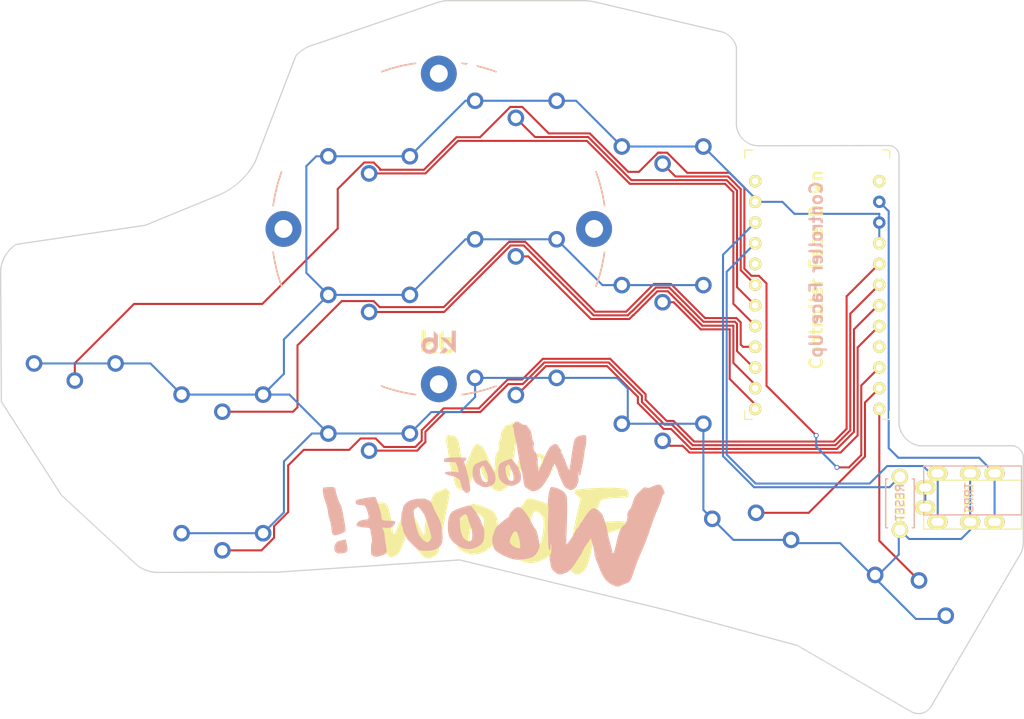
<source format=kicad_pcb>
(kicad_pcb (version 20211014) (generator pcbnew)
  (title_block (title "Ferris_Sweep_Compact") (date "2020-09-03") (rev "0.1") (company "BroomLabs"))
  (layers (0 "F.Cu" signal) (31 "B.Cu" signal) (34 "B.Paste" user) (35 "F.Paste" user) (36 "B.SilkS" user "B.Silkscreen") (37 "F.SilkS" user "F.Silkscreen") (38 "B.Mask" user) (39 "F.Mask" user) (44 "Edge.Cuts" user))
  (net 0 "")
  (net 1 "row0")
  (net 2 "row1")
  (net 3 "row2")
  (net 4 "row3")
  (net 5 "GND")
  (net 6 "VCC")
  (net 7 "col0")
  (net 8 "col1")
  (net 9 "col2")
  (net 10 "col3")
  (net 11 "col4")
  (net 12 "col5")
  (net 13 "LED")
  (net 14 "data")
  (net 15 "reset")
  (net 16 "SCL")
  (net 17 "SDA")
  (net 18 "Net-(U1-Pad24)")
  (net 19 "Net-(J1-PadA)")
  (net 20 "Net-(U1-Pad14)")
  (net 21 "Net-(U1-Pad13)")
  (net 22 "Net-(U1-Pad12)")
  (net 23 "Net-(U1-Pad11)")
  (footprint "Kailh:SW_PG1350_reversible_b2" (layer "F.Cu") (at 25.9 55.95)
    (fp_text reference "SW2" hide)
    (fp_text value "SW_PUSH" hide)
    (pad "" np_thru_hole circle locked (at -5.5 0) (size 1.7018 1.7018) (drill 1.7018) (layers *.Cu *.Mask))
    (pad "" np_thru_hole circle locked (at 5.22 -4.2) (size 0.9906 0.9906) (drill 0.9906) (layers *.Cu *.Mask))
    (pad "" np_thru_hole circle locked (at -5.22 -4.2) (size 0.9906 0.9906) (drill 0.9906) (layers *.Cu *.Mask))
    (pad "" np_thru_hole circle locked (at 5.5 0) (size 1.7018 1.7018) (drill 1.7018) (layers *.Cu *.Mask))
    (pad "" np_thru_hole circle locked (at 0 0) (size 3.429 3.429) (drill 3.429) (layers *.Cu *.Mask))
    (pad "1" thru_hole circle locked (at 0 5.9) (size 2.032 2.032) (drill 1.27) (layers *.Cu *.Mask) (net 4 "row3"))
    (pad "2" thru_hole circle locked (at 5 3.8) (size 2.032 2.032) (drill 1.27) (layers *.Cu *.Mask) (net 5 "GND"))
    (pad "2" thru_hole circle locked (at -5 3.8) (size 2.032 2.032) (drill 1.27) (layers *.Cu *.Mask) (net 5 "GND"))
  )
  (footprint "Kailh:SW_PG1350_reversible_b2" (layer "F.Cu") (at 62 30.54)
    (fp_text reference "SW3" hide)
    (fp_text value "SW_PUSH" hide)
    (pad "" np_thru_hole circle locked (at 5.5 0) (size 1.7018 1.7018) (drill 1.7018) (layers *.Cu *.Mask))
    (pad "" np_thru_hole circle locked (at 0 0) (size 3.429 3.429) (drill 3.429) (layers *.Cu *.Mask))
    (pad "" np_thru_hole circle locked (at 5.22 -4.2) (size 0.9906 0.9906) (drill 0.9906) (layers *.Cu *.Mask))
    (pad "" np_thru_hole circle locked (at -5.5 0) (size 1.7018 1.7018) (drill 1.7018) (layers *.Cu *.Mask))
    (pad "" np_thru_hole circle locked (at -5.22 -4.2) (size 0.9906 0.9906) (drill 0.9906) (layers *.Cu *.Mask))
    (pad "1" thru_hole circle locked (at 0 5.9) (size 2.032 2.032) (drill 1.27) (layers *.Cu *.Mask) (net 10 "col3"))
    (pad "2" thru_hole circle locked (at -5 3.8) (size 2.032 2.032) (drill 1.27) (layers *.Cu *.Mask) (net 5 "GND"))
    (pad "2" thru_hole circle locked (at 5 3.8) (size 2.032 2.032) (drill 1.27) (layers *.Cu *.Mask) (net 5 "GND"))
  )
  (footprint "Kailh:SW_PG1350_reversible_b2" (layer "F.Cu") (at 80 23.73)
    (fp_text reference "SW4" hide)
    (fp_text value "SW_PUSH" hide)
    (pad "" np_thru_hole circle locked (at 5.22 -4.2) (size 0.9906 0.9906) (drill 0.9906) (layers *.Cu *.Mask))
    (pad "" np_thru_hole circle locked (at -5.5 0) (size 1.7018 1.7018) (drill 1.7018) (layers *.Cu *.Mask))
    (pad "" np_thru_hole circle locked (at 0 0) (size 3.429 3.429) (drill 3.429) (layers *.Cu *.Mask))
    (pad "" np_thru_hole circle locked (at 5.5 0) (size 1.7018 1.7018) (drill 1.7018) (layers *.Cu *.Mask))
    (pad "" np_thru_hole circle locked (at -5.22 -4.2) (size 0.9906 0.9906) (drill 0.9906) (layers *.Cu *.Mask))
    (pad "1" thru_hole circle locked (at 0 5.9) (size 2.032 2.032) (drill 1.27) (layers *.Cu *.Mask) (net 9 "col2"))
    (pad "2" thru_hole circle locked (at -5 3.8) (size 2.032 2.032) (drill 1.27) (layers *.Cu *.Mask) (net 5 "GND"))
    (pad "2" thru_hole circle locked (at 5 3.8) (size 2.032 2.032) (drill 1.27) (layers *.Cu *.Mask) (net 5 "GND"))
  )
  (footprint "Kailh:SW_PG1350_reversible_b2" (layer "F.Cu") (at 98 29.34)
    (fp_text reference "SW5" hide)
    (fp_text value "SW_PUSH" hide)
    (pad "" np_thru_hole circle locked (at -5.22 -4.2) (size 0.9906 0.9906) (drill 0.9906) (layers *.Cu *.Mask))
    (pad "" np_thru_hole circle locked (at 5.22 -4.2) (size 0.9906 0.9906) (drill 0.9906) (layers *.Cu *.Mask))
    (pad "" np_thru_hole circle locked (at 5.5 0) (size 1.7018 1.7018) (drill 1.7018) (layers *.Cu *.Mask))
    (pad "" np_thru_hole circle locked (at -5.5 0) (size 1.7018 1.7018) (drill 1.7018) (layers *.Cu *.Mask))
    (pad "" np_thru_hole circle locked (at 0 0) (size 3.429 3.429) (drill 3.429) (layers *.Cu *.Mask))
    (pad "1" thru_hole circle locked (at 0 5.9) (size 2.032 2.032) (drill 1.27) (layers *.Cu *.Mask) (net 8 "col1"))
    (pad "2" thru_hole circle locked (at -5 3.8) (size 2.032 2.032) (drill 1.27) (layers *.Cu *.Mask) (net 5 "GND"))
    (pad "2" thru_hole circle locked (at 5 3.8) (size 2.032 2.032) (drill 1.27) (layers *.Cu *.Mask) (net 5 "GND"))
  )
  (footprint "Kailh:SW_PG1350_reversible_b2" (layer "F.Cu") (at 44 59.77)
    (fp_text reference "SW8" hide)
    (fp_text value "SW_PUSH" hide)
    (pad "" np_thru_hole circle locked (at -5.22 -4.2) (size 0.9906 0.9906) (drill 0.9906) (layers *.Cu *.Mask))
    (pad "" np_thru_hole circle locked (at 0 0) (size 3.429 3.429) (drill 3.429) (layers *.Cu *.Mask))
    (pad "" np_thru_hole circle locked (at -5.5 0) (size 1.7018 1.7018) (drill 1.7018) (layers *.Cu *.Mask))
    (pad "" np_thru_hole circle locked (at 5.22 -4.2) (size 0.9906 0.9906) (drill 0.9906) (layers *.Cu *.Mask))
    (pad "" np_thru_hole circle locked (at 5.5 0) (size 1.7018 1.7018) (drill 1.7018) (layers *.Cu *.Mask))
    (pad "1" thru_hole circle locked (at 0 5.9) (size 2.032 2.032) (drill 1.27) (layers *.Cu *.Mask) (net 11 "col4"))
    (pad "2" thru_hole circle locked (at 5 3.8) (size 2.032 2.032) (drill 1.27) (layers *.Cu *.Mask) (net 5 "GND"))
    (pad "2" thru_hole circle locked (at -5 3.8) (size 2.032 2.032) (drill 1.27) (layers *.Cu *.Mask) (net 5 "GND"))
  )
  (footprint "Kailh:SW_PG1350_reversible_b2" (layer "F.Cu") (at 62 47.54)
    (fp_text reference "SW9" hide)
    (fp_text value "SW_PUSH" hide)
    (pad "" np_thru_hole circle locked (at 5.22 -4.2) (size 0.9906 0.9906) (drill 0.9906) (layers *.Cu *.Mask))
    (pad "" np_thru_hole circle locked (at 0 0) (size 3.429 3.429) (drill 3.429) (layers *.Cu *.Mask))
    (pad "" np_thru_hole circle locked (at -5.5 0) (size 1.7018 1.7018) (drill 1.7018) (layers *.Cu *.Mask))
    (pad "" np_thru_hole circle locked (at -5.22 -4.2) (size 0.9906 0.9906) (drill 0.9906) (layers *.Cu *.Mask))
    (pad "" np_thru_hole circle locked (at 5.5 0) (size 1.7018 1.7018) (drill 1.7018) (layers *.Cu *.Mask))
    (pad "1" thru_hole circle locked (at 0 5.9) (size 2.032 2.032) (drill 1.27) (layers *.Cu *.Mask) (net 12 "col5"))
    (pad "2" thru_hole circle locked (at 5 3.8) (size 2.032 2.032) (drill 1.27) (layers *.Cu *.Mask) (net 5 "GND"))
    (pad "2" thru_hole circle locked (at -5 3.8) (size 2.032 2.032) (drill 1.27) (layers *.Cu *.Mask) (net 5 "GND"))
  )
  (footprint "Kailh:SW_PG1350_reversible_b2" (layer "F.Cu") (at 80 40.72)
    (fp_text reference "SW10" hide)
    (fp_text value "SW_PUSH" hide)
    (pad "" np_thru_hole circle locked (at 5.5 0) (size 1.7018 1.7018) (drill 1.7018) (layers *.Cu *.Mask))
    (pad "" np_thru_hole circle locked (at -5.22 -4.2) (size 0.9906 0.9906) (drill 0.9906) (layers *.Cu *.Mask))
    (pad "" np_thru_hole circle locked (at 5.22 -4.2) (size 0.9906 0.9906) (drill 0.9906) (layers *.Cu *.Mask))
    (pad "" np_thru_hole circle locked (at 0 0) (size 3.429 3.429) (drill 3.429) (layers *.Cu *.Mask))
    (pad "" np_thru_hole circle locked (at -5.5 0) (size 1.7018 1.7018) (drill 1.7018) (layers *.Cu *.Mask))
    (pad "1" thru_hole circle locked (at 0 5.9) (size 2.032 2.032) (drill 1.27) (layers *.Cu *.Mask) (net 20 "Net-(U1-Pad14)"))
    (pad "2" thru_hole circle locked (at -5 3.8) (size 2.032 2.032) (drill 1.27) (layers *.Cu *.Mask) (net 5 "GND"))
    (pad "2" thru_hole circle locked (at 5 3.8) (size 2.032 2.032) (drill 1.27) (layers *.Cu *.Mask) (net 5 "GND"))
  )
  (footprint "Kailh:SW_PG1350_reversible_b2" (layer "F.Cu") (at 98 46.34)
    (fp_text reference "SW11" hide)
    (fp_text value "SW_PUSH" hide)
    (pad "" np_thru_hole circle locked (at -5.5 0) (size 1.7018 1.7018) (drill 1.7018) (layers *.Cu *.Mask))
    (pad "" np_thru_hole circle locked (at 0 0) (size 3.429 3.429) (drill 3.429) (layers *.Cu *.Mask))
    (pad "" np_thru_hole circle locked (at 5.22 -4.2) (size 0.9906 0.9906) (drill 0.9906) (layers *.Cu *.Mask))
    (pad "" np_thru_hole circle locked (at -5.22 -4.2) (size 0.9906 0.9906) (drill 0.9906) (layers *.Cu *.Mask))
    (pad "" np_thru_hole circle locked (at 5.5 0) (size 1.7018 1.7018) (drill 1.7018) (layers *.Cu *.Mask))
    (pad "1" thru_hole circle locked (at 0 5.9) (size 2.032 2.032) (drill 1.27) (layers *.Cu *.Mask) (net 21 "Net-(U1-Pad13)"))
    (pad "2" thru_hole circle locked (at 5 3.8) (size 2.032 2.032) (drill 1.27) (layers *.Cu *.Mask) (net 5 "GND"))
    (pad "2" thru_hole circle locked (at -5 3.8) (size 2.032 2.032) (drill 1.27) (layers *.Cu *.Mask) (net 5 "GND"))
  )
  (footprint "Kailh:SW_PG1350_reversible_b2" (layer "F.Cu") (at 44 76.775)
    (fp_text reference "SW14" hide)
    (fp_text value "SW_PUSH" hide)
    (pad "" np_thru_hole circle locked (at 5.22 -4.2) (size 0.9906 0.9906) (drill 0.9906) (layers *.Cu *.Mask))
    (pad "" np_thru_hole circle locked (at -5.5 0) (size 1.7018 1.7018) (drill 1.7018) (layers *.Cu *.Mask))
    (pad "" np_thru_hole circle locked (at 5.5 0) (size 1.7018 1.7018) (drill 1.7018) (layers *.Cu *.Mask))
    (pad "" np_thru_hole circle locked (at 0 0) (size 3.429 3.429) (drill 3.429) (layers *.Cu *.Mask))
    (pad "" np_thru_hole circle locked (at -5.22 -4.2) (size 0.9906 0.9906) (drill 0.9906) (layers *.Cu *.Mask))
    (pad "1" thru_hole circle locked (at 0 5.9) (size 2.032 2.032) (drill 1.27) (layers *.Cu *.Mask) (net 17 "SDA"))
    (pad "2" thru_hole circle locked (at 5 3.8) (size 2.032 2.032) (drill 1.27) (layers *.Cu *.Mask) (net 5 "GND"))
    (pad "2" thru_hole circle locked (at -5 3.8) (size 2.032 2.032) (drill 1.27) (layers *.Cu *.Mask) (net 5 "GND"))
  )
  (footprint "Kailh:SW_PG1350_reversible_b2" (layer "F.Cu") (at 62 64.545)
    (fp_text reference "SW15" hide)
    (fp_text value "SW_PUSH" hide)
    (pad "" np_thru_hole circle locked (at -5.5 0) (size 1.7018 1.7018) (drill 1.7018) (layers *.Cu *.Mask))
    (pad "" np_thru_hole circle locked (at 5.22 -4.2) (size 0.9906 0.9906) (drill 0.9906) (layers *.Cu *.Mask))
    (pad "" np_thru_hole circle locked (at 5.5 0) (size 1.7018 1.7018) (drill 1.7018) (layers *.Cu *.Mask))
    (pad "" np_thru_hole circle locked (at 0 0) (size 3.429 3.429) (drill 3.429) (layers *.Cu *.Mask))
    (pad "" np_thru_hole circle locked (at -5.22 -4.2) (size 0.9906 0.9906) (drill 0.9906) (layers *.Cu *.Mask))
    (pad "1" thru_hole circle locked (at 0 5.9) (size 2.032 2.032) (drill 1.27) (layers *.Cu *.Mask) (net 16 "SCL"))
    (pad "2" thru_hole circle locked (at 5 3.8) (size 2.032 2.032) (drill 1.27) (layers *.Cu *.Mask) (net 5 "GND"))
    (pad "2" thru_hole circle locked (at -5 3.8) (size 2.032 2.032) (drill 1.27) (layers *.Cu *.Mask) (net 5 "GND"))
  )
  (footprint "Kailh:SW_PG1350_reversible_b2" (layer "F.Cu") (at 80 57.72)
    (fp_text reference "SW16" hide)
    (fp_text value "SW_PUSH" hide)
    (pad "" np_thru_hole circle locked (at -5.5 0) (size 1.7018 1.7018) (drill 1.7018) (layers *.Cu *.Mask))
    (pad "" np_thru_hole circle locked (at -5.22 -4.2) (size 0.9906 0.9906) (drill 0.9906) (layers *.Cu *.Mask))
    (pad "" np_thru_hole circle locked (at 5.22 -4.2) (size 0.9906 0.9906) (drill 0.9906) (layers *.Cu *.Mask))
    (pad "" np_thru_hole circle locked (at 5.5 0) (size 1.7018 1.7018) (drill 1.7018) (layers *.Cu *.Mask))
    (pad "" np_thru_hole circle locked (at 0 0) (size 3.429 3.429) (drill 3.429) (layers *.Cu *.Mask))
    (pad "1" thru_hole circle locked (at 0 5.9) (size 2.032 2.032) (drill 1.27) (layers *.Cu *.Mask) (net 1 "row0"))
    (pad "2" thru_hole circle locked (at 5 3.8) (size 2.032 2.032) (drill 1.27) (layers *.Cu *.Mask) (net 5 "GND"))
    (pad "2" thru_hole circle locked (at -5 3.8) (size 2.032 2.032) (drill 1.27) (layers *.Cu *.Mask) (net 5 "GND"))
  )
  (footprint "Kailh:SW_PG1350_reversible_b2" (layer "F.Cu") (at 98 63.345)
    (fp_text reference "SW17" hide)
    (fp_text value "SW_PUSH" hide)
    (pad "" np_thru_hole circle locked (at 5.22 -4.2) (size 0.9906 0.9906) (drill 0.9906) (layers *.Cu *.Mask))
    (pad "" np_thru_hole circle locked (at -5.5 0) (size 1.7018 1.7018) (drill 1.7018) (layers *.Cu *.Mask))
    (pad "" np_thru_hole circle locked (at 0 0) (size 3.429 3.429) (drill 3.429) (layers *.Cu *.Mask))
    (pad "" np_thru_hole circle locked (at 5.5 0) (size 1.7018 1.7018) (drill 1.7018) (layers *.Cu *.Mask))
    (pad "" np_thru_hole circle locked (at -5.22 -4.2) (size 0.9906 0.9906) (drill 0.9906) (layers *.Cu *.Mask))
    (pad "1" thru_hole circle locked (at 0 5.9) (size 2.032 2.032) (drill 1.27) (layers *.Cu *.Mask) (net 2 "row1"))
    (pad "2" thru_hole circle locked (at 5 3.8) (size 2.032 2.032) (drill 1.27) (layers *.Cu *.Mask) (net 5 "GND"))
    (pad "2" thru_hole circle locked (at -5 3.8) (size 2.032 2.032) (drill 1.27) (layers *.Cu *.Mask) (net 5 "GND"))
  )
  (footprint "kbd:ProMicro_v3" (layer "F.Cu") (at 116.967 51.866)
    (fp_text reference "U1" hide)
    (fp_text value "ProMicro" hide)
    (pad "1" thru_hole circle (at 7.6114 -14.478) (size 1.524 1.524) (drill 0.8128) (layers *.Cu *.Mask "F.SilkS") (net 13 "LED"))
    (pad "2" thru_hole circle (at 7.6114 -11.938) (size 1.524 1.524) (drill 0.8128) (layers *.Cu *.Mask) (net 14 "data"))
    (pad "3" thru_hole circle (at 7.6114 -9.398) (size 1.524 1.524) (drill 0.8128) (layers *.Cu *.Mask) (net 5 "GND"))
    (pad "4" thru_hole circle (at 7.6114 -6.858) (size 1.524 1.524) (drill 0.8128) (layers *.Cu *.Mask "F.SilkS") (net 5 "GND"))
    (pad "5" thru_hole circle (at 7.6114 -4.318) (size 1.524 1.524) (drill 0.8128) (layers *.Cu *.Mask "F.SilkS") (net 17 "SDA"))
    (pad "6" thru_hole circle (at 7.6114 -1.778) (size 1.524 1.524) (drill 0.8128) (layers *.Cu *.Mask "F.SilkS") (net 16 "SCL"))
    (pad "7" thru_hole circle (at 7.6114 0.762) (size 1.524 1.524) (drill 0.8128) (layers *.Cu *.Mask "F.SilkS") (net 1 "row0"))
    (pad "8" thru_hole circle (at 7.6114 3.302) (size 1.524 1.524) (drill 0.8128) (layers *.Cu *.Mask "F.SilkS") (net 2 "row1"))
    (pad "9" thru_hole circle (at 7.6114 5.842) (size 1.524 1.524) (drill 0.8128) (layers *.Cu *.Mask "F.SilkS") (net 3 "row2"))
    (pad "10" thru_hole circle (at 7.6114 8.382) (size 1.524 1.524) (drill 0.8128) (layers *.Cu *.Mask "F.SilkS") (net 4 "row3"))
    (pad "11" thru_hole circle (at 7.6114 10.922) (size 1.524 1.524) (drill 0.8128) (layers *.Cu *.Mask "F.SilkS") (net 23 "Net-(U1-Pad11)"))
    (pad "12" thru_hole circle (at 7.6114 13.462) (size 1.524 1.524) (drill 0.8128) (layers *.Cu *.Mask "F.SilkS") (net 22 "Net-(U1-Pad12)"))
    (pad "13" thru_hole circle (at -7.6086 13.462) (size 1.524 1.524) (drill 0.8128) (layers *.Cu *.Mask "F.SilkS") (net 21 "Net-(U1-Pad13)"))
    (pad "14" thru_hole circle (at -7.6086 10.922) (size 1.524 1.524) (drill 0.8128) (layers *.Cu *.Mask "F.SilkS") (net 20 "Net-(U1-Pad14)"))
    (pad "15" thru_hole circle (at -7.6086 8.382) (size 1.524 1.524) (drill 0.8128) (layers *.Cu *.Mask "F.SilkS") (net 12 "col5"))
    (pad "16" thru_hole circle (at -7.6086 5.842) (size 1.524 1.524) (drill 0.8128) (layers *.Cu *.Mask "F.SilkS") (net 11 "col4"))
    (pad "17" thru_hole circle (at -7.6086 3.302) (size 1.524 1.524) (drill 0.8128) (layers *.Cu *.Mask "F.SilkS") (net 10 "col3"))
    (pad "18" thru_hole circle (at -7.6086 0.762) (size 1.524 1.524) (drill 0.8128) (layers *.Cu *.Mask "F.SilkS") (net 9 "col2"))
    (pad "19" thru_hole circle (at -7.6086 -1.778) (size 1.524 1.524) (drill 0.8128) (layers *.Cu *.Mask "F.SilkS") (net 8 "col1"))
    (pad "20" thru_hole circle (at -7.6086 -4.318) (size 1.524 1.524) (drill 0.8128) (layers *.Cu *.Mask "F.SilkS") (net 7 "col0"))
    (pad "21" thru_hole circle (at -7.6086 -6.858) (size 1.524 1.524) (drill 0.8128) (layers *.Cu *.Mask "F.SilkS") (net 6 "VCC"))
    (pad "22" thru_hole circle (at -7.6086 -9.398) (size 1.524 1.524) (drill 0.8128) (layers *.Cu *.Mask "F.SilkS") (net 15 "reset"))
    (pad "23" thru_hole circle (at -7.6086 -11.938) (size 1.524 1.524) (drill 0.8128) (layers *.Cu *.Mask "F.SilkS") (net 5 "GND"))
    (pad "24" thru_hole circle (at -7.6086 -14.478) (size 1.524 1.524) (drill 0.8128) (layers *.Cu *.Mask "F.SilkS") (net 18 "Net-(U1-Pad24)"))
  )
  (footprint "foostan:ResetSW" (layer "F.Cu") (at 127.108592 76.91 90)
    (fp_text reference "RSW1" hide)
    (fp_text value "Val**")
    (fp_text user "RESET" (at 0.127 0 90) (layer "B.SilkS") (effects (justify mirror)))
    (fp_text user "RESET" (at -0.23 0.12 90) (layer "F.SilkS"))
    (pad "1" thru_hole circle locked (at 3.25 0 90) (size 2 2) (drill 1.3) (layers *.Cu *.Mask "F.SilkS") (net 15 "reset"))
    (pad "2" thru_hole circle locked (at -3.25 0 90) (size 2 2) (drill 1.3) (layers *.Cu *.Mask "F.SilkS") (net 5 "GND"))
  )
  (footprint "kbd:MJ-4PP-9" (layer "F.Cu") (at 142.02 77.075 -90)
    (fp_text reference "J1")
    (fp_text value "MJ-4PP-9" hide)
    (fp_text user "TRRS" (at -0.8255 6.4135 90) (layer "B.SilkS") (effects (justify mirror)))
    (fp_text user "TRRS" (at -0.75 6.45 -90) (layer "F.SilkS"))
    (pad "" np_thru_hole circle locked (at -1.75 8.5 270) (size 1.2 1.2) (drill 1.2) (layers *.Cu *.Mask "F.SilkS"))
    (pad "" np_thru_hole circle locked (at 0 8.5 270) (size 1.2 1.2) (drill 1.2) (layers *.Cu *.Mask "F.SilkS"))
    (pad "" np_thru_hole circle locked (at 0 1.5 270) (size 1.2 1.2) (drill 1.2) (layers *.Cu *.Mask "F.SilkS"))
    (pad "" np_thru_hole circle locked (at -1.75 1.5 270) (size 1.2 1.2) (drill 1.2) (layers *.Cu *.Mask "F.SilkS"))
    (pad "A" thru_hole oval locked (at 0.35 11.8 270) (size 1.7 2.5) (drill oval 1 1.5) (layers *.Cu *.Mask "F.SilkS") (net 19 "Net-(J1-PadA)") (clearance 0.15))
    (pad "A" thru_hole oval locked (at -2.1 11.8 270) (size 1.7 2.5) (drill oval 1 1.5) (layers *.Cu *.Mask "F.SilkS") (net 19 "Net-(J1-PadA)") (clearance 0.15))
    (pad "B" thru_hole oval locked (at -3.85 3.3 270) (size 1.7 2.5) (drill oval 1 1.5) (layers *.Cu *.Mask "F.SilkS") (net 14 "data"))
    (pad "B" thru_hole oval locked (at 2.1 3.3 270) (size 1.7 2.5) (drill oval 1 1.5) (layers *.Cu *.Mask "F.SilkS") (net 14 "data"))
    (pad "C" thru_hole oval locked (at 2.1 6.3 270) (size 1.7 2.5) (drill oval 1 1.5) (layers *.Cu *.Mask "F.SilkS") (net 5 "GND"))
    (pad "C" thru_hole oval locked (at -3.85 6.3 270) (size 1.7 2.5) (drill oval 1 1.5) (layers *.Cu *.Mask "F.SilkS") (net 5 "GND"))
    (pad "D" thru_hole oval locked (at 2.1 10.3 270) (size 1.7 2.5) (drill oval 1 1.5) (layers *.Cu *.Mask "F.SilkS") (net 6 "VCC") (clearance 0.15))
    (pad "D" thru_hole oval locked (at -3.85 10.3 270) (size 1.7 2.5) (drill oval 1 1.5) (layers *.Cu *.Mask "F.SilkS") (net 6 "VCC") (clearance 0.15))
  )
  (footprint "Ferris-Sweep-Tweaked-main:OOF6x3" (layer "F.Cu") (at 82.995145 71.754147 5)
    (fp_text reference "G***" hide)
    (fp_text value "LOGO" hide)
  )
  (footprint "Ferris-Sweep-Tweaked-main:WO16x9" (layer "F.Cu") (at 70.300932 79.510525)
    (fp_text reference "G***" hide)
    (fp_text value "LOGO" hide)
  )
  (footprint "Splitkb puck:Tenting_Puck" (layer "F.Cu") (at 70.55 43.25)
    (fp_text reference "REF**")
    (fp_text value "Tenting Puck")
    (pad "1" thru_hole circle (at 0 19.05) (size 4.4 4.4) (drill 2.2) (layers *.Cu *.Mask))
    (pad "1" thru_hole circle (at 0 -19.05) (size 4.4 4.4) (drill 2.2) (layers *.Cu *.Mask))
    (pad "1" thru_hole circle (at -19.05 0) (size 4.4 4.4) (drill 2.2) (layers *.Cu *.Mask))
    (pad "1" thru_hole circle (at 19.05 0) (size 4.4 4.4) (drill 2.2) (layers *.Cu *.Mask))
  )
  (footprint "Ferris-Sweep-Tweaked-main:W9x9" (layer "F.Cu") (at 76 71.15)
    (fp_text reference "G***" hide)
    (fp_text value "LOGO" hide)
  )
  (footprint "Ferris-Sweep-Tweaked-main:OF15x12" (layer "F.Cu") (at 86.398466 80.171533)
    (fp_text reference "G***" hide)
    (fp_text value "LOGO" hide)
  )
  (footprint "Kailh:SW_PG1350_reversible_b2" (layer "B.Cu") (at 107.94 83.77 -15)
    (fp_text reference "SW20" hide)
    (fp_text value "SW_PUSH" hide)
    (pad "" np_thru_hole circle locked (at 5.22 4.2 345) (size 0.9906 0.9906) (drill 0.9906) (layers *.Cu *.Mask))
    (pad "" np_thru_hole circle locked (at -5.22 4.2 345) (size 0.9906 0.9906) (drill 0.9906) (layers *.Cu *.Mask))
    (pad "" np_thru_hole circle locked (at 5.5 0 345) (size 1.7018 1.7018) (drill 1.7018) (layers *.Cu *.Mask))
    (pad "" np_thru_hole circle locked (at -5.5 0 345) (size 1.7018 1.7018) (drill 1.7018) (layers *.Cu *.Mask))
    (pad "" np_thru_hole circle locked (at 0 0 345) (size 3.429 3.429) (drill 3.429) (layers *.Cu *.Mask))
    (pad "1" thru_hole circle locked (at 0 -5.9 345) (size 2.032 2.032) (drill 1.27) (layers *.Cu *.Mask) (net 23 "Net-(U1-Pad11)"))
    (pad "2" thru_hole circle locked (at 5 -3.8 345) (size 2.032 2.032) (drill 1.27) (layers *.Cu *.Mask) (net 5 "GND"))
    (pad "2" thru_hole circle locked (at -5 -3.8 345) (size 2.032 2.032) (drill 1.27) (layers *.Cu *.Mask) (net 5 "GND"))
  )
  (footprint "Kailh:SW_PG1350_reversible_b2" (layer "B.Cu") (at 126.5 91.48 -30)
    (fp_text reference "SW21" hide)
    (fp_text value "SW_PUSH" hide)
    (pad "" np_thru_hole circle locked (at 5.5 0 330) (size 1.7018 1.7018) (drill 1.7018) (layers *.Cu *.Mask))
    (pad "" np_thru_hole circle locked (at 5.22 4.2 330) (size 0.9906 0.9906) (drill 0.9906) (layers *.Cu *.Mask))
    (pad "" np_thru_hole circle locked (at -5.5 0 330) (size 1.7018 1.7018) (drill 1.7018) (layers *.Cu *.Mask))
    (pad "" np_thru_hole circle locked (at -5.22 4.2 330) (size 0.9906 0.9906) (drill 0.9906) (layers *.Cu *.Mask))
    (pad "" np_thru_hole circle locked (at 0 0 330) (size 3.429 3.429) (drill 3.429) (layers *.Cu *.Mask))
    (pad "1" thru_hole circle locked (at 0 -5.9 330) (size 2.032 2.032) (drill 1.27) (layers *.Cu *.Mask) (net 22 "Net-(U1-Pad12)"))
    (pad "2" thru_hole circle locked (at -5 -3.8 330) (size 2.032 2.032) (drill 1.27) (layers *.Cu *.Mask) (net 5 "GND"))
    (pad "2" thru_hole circle locked (at 5 -3.8 330) (size 2.032 2.032) (drill 1.27) (layers *.Cu *.Mask) (net 5 "GND"))
  )
  (footprint "Ferris-Sweep-Tweaked-main:W14x13" (layer "B.Cu") (at 90.4 80.05 170)
    (fp_text reference "G***" hide)
    (fp_text value "LOGO" hide)
  )
  (footprint "Ferris-Sweep-Tweaked-main:W9x9" (layer "B.Cu") (at 84.1 71.15 180)
    (fp_text reference "G***" hide)
    (fp_text value "LOGO" hide)
  )
  (footprint "Ferris-Sweep-Tweaked-main:OOF10x5" (layer "B.Cu") (at 75.86996 73.260252 -177)
    (fp_text reference "G***" hide)
    (fp_text value "LOGO" hide)
  )
  (footprint "Ferris-Sweep-Tweaked-main:o0f!20x8" (layer "B.Cu") (at 66.25 79.15 180)
    (fp_text reference "G***" hide)
    (fp_text value "LOGO" hide)
  )
  (footprint "Ferris-Sweep-Tweaked-main:06x8" (layer "B.Cu") (at 80.258998 81.05635 170)
    (fp_text reference "G***" hide)
    (fp_text value "LOGO" hide)
  )
  (gr_line (start 131.445 100.9396) (end 130.933006 101.824182) (layer "Edge.Cuts") (width 0.15))
  (gr_line (start 128.5494 102.489) (end 127 101.6) (layer "Edge.Cuts") (width 0.15))
  (gr_line (start 71.585234 15.25) (end 88.25 15.25) (layer "Edge.Cuts") (width 0.15))
  (gr_arc (start 142.25 81.45) (mid 142.184283 82.298181) (end 141.9 83.1) (layer "Edge.Cuts") (width 0.15))
  (gr_line (start 18.7 45.15) (end 34.55 42.8) (layer "Edge.Cuts") (width 0.15))
  (gr_line (start 125.73 33.02) (end 109.95 33.05) (layer "Edge.Cuts") (width 0.15))
  (gr_arc (start 88.25 15.25) (mid 88.953439 15.292907) (end 89.65 15.4) (layer "Edge.Cuts") (width 0.15))
  (gr_line (start 98.65 90.05) (end 73.1 83.85) (layer "Edge.Cuts") (width 0.15))
  (gr_arc (start 48.05 34.95) (mid 46.021556 37.547278) (end 43.2 39.25) (layer "Edge.Cuts") (width 0.15))
  (gr_arc (start 125.73 33.02) (mid 126.628306 33.391694) (end 127 34.29) (layer "Edge.Cuts") (width 0.15))
  (gr_line (start 70.450001 15.45) (end 54.95 20.75) (layer "Edge.Cuts") (width 0.15))
  (gr_line (start 105.35 19.1) (end 89.65 15.4) (layer "Edge.Cuts") (width 0.15))
  (gr_line (start 24.25 75.9) (end 16.9 64.45) (layer "Edge.Cuts") (width 0.15))
  (gr_line (start 127 67.31) (end 127 34.29) (layer "Edge.Cuts") (width 0.15))
  (gr_arc (start 130.933006 101.824182) (mid 129.872915 102.628824) (end 128.5494 102.489) (layer "Edge.Cuts") (width 0.15))
  (gr_arc (start 36.373853 85.381721) (mid 34.9 85.2) (end 33.573853 84.531721) (layer "Edge.Cuts") (width 0.15))
  (gr_line (start 140.97 69.85) (end 129.54 69.85) (layer "Edge.Cuts") (width 0.15))
  (gr_line (start 48.05 34.95) (end 53 22.05) (layer "Edge.Cuts") (width 0.15))
  (gr_arc (start 105.35 19.1) (mid 106.434534 19.809482) (end 107.05 20.95) (layer "Edge.Cuts") (width 0.15))
  (gr_line (start 24.25 75.9) (end 33.573853 84.531721) (layer "Edge.Cuts") (width 0.15))
  (gr_arc (start 70.450001 15.45) (mid 71.012132 15.318865) (end 71.585234 15.25) (layer "Edge.Cuts") (width 0.15))
  (gr_line (start 107.05 30.4) (end 107.05 20.95) (layer "Edge.Cuts") (width 0.15))
  (gr_line (start 16.8 48.5) (end 16.9 64.45) (layer "Edge.Cuts") (width 0.15))
  (gr_arc (start 109.95 33.05) (mid 107.942134 32.335495) (end 107.05 30.4) (layer "Edge.Cuts") (width 0.15))
  (gr_arc (start 129.54 69.85) (mid 127.856052 68.993948) (end 127 67.31) (layer "Edge.Cuts") (width 0.15))
  (gr_line (start 98.65 90.05) (end 114.55 94.35) (layer "Edge.Cuts") (width 0.15))
  (gr_line (start 131.445 100.9396) (end 141.9 83.1) (layer "Edge.Cuts") (width 0.15))
  (gr_arc (start 140.97 69.85) (mid 141.817294 70.272706) (end 142.24 71.12) (layer "Edge.Cuts") (width 0.15))
  (gr_line (start 43.2 39.25) (end 34.55 42.8) (layer "Edge.Cuts") (width 0.15))
  (gr_line (start 114.55 94.35) (end 127 101.6) (layer "Edge.Cuts") (width 0.15))
  (gr_line (start 73.1 83.85) (end 50.7 85.35) (layer "Edge.Cuts") (width 0.15))
  (gr_line (start 142.24 71.12) (end 142.25 81.45) (layer "Edge.Cuts") (width 0.15))
  (gr_line (start 36.373853 85.381721) (end 50.7 85.35) (layer "Edge.Cuts") (width 0.15))
  (gr_arc (start 53 22.05) (mid 53.885531 21.265796) (end 54.95 20.75) (layer "Edge.Cuts") (width 0.15))
  (gr_arc (start 16.8 48.5) (mid 17.343402 46.594392) (end 18.7 45.15) (layer "Edge.Cuts") (width 0.15))
  (gr_text "Controller Face Up" (at 116.84 48.26 90) (layer "B.SilkS") (effects (font (size 1.5 1.5) (thickness 0.3)) (justify mirror)))
  (gr_text "Controller Face Down" (at 116.84 48.26 90) (layer "F.SilkS") (effects (font (size 1.5 1.5) (thickness 0.3))))
  (segment (start 94.966151 63.852587) (end 91.194604 60.08104) (width 0.25) (layer "F.Cu") (net 1))
  (segment (start 107.082725 70.229479) (end 107.082235 70.228989) (width 0.25) (layer "F.Cu") (net 1))
  (segment (start 107.082235 70.228989) (end 101.475011 70.228989) (width 0.25) (layer "F.Cu") (net 1))
  (segment (start 94.966151 64.613869) (end 94.966151 63.852587) (width 0.25) (layer "F.Cu") (net 1))
  (segment (start 124.4514 52.5866) (end 121.47048 55.56752) (width 0.25) (layer "F.Cu") (net 1))
  (segment (start 98.140963 67.788681) (end 94.966151 64.613869) (width 0.25) (layer "F.Cu") (net 1))
  (segment (start 101.475011 70.228989) (end 99.034703 67.788681) (width 0.25) (layer "F.Cu") (net 1))
  (segment (start 121.47048 68.138999) (end 119.38 70.229479) (width 0.25) (layer "F.Cu") (net 1))
  (segment (start 119.38 70.229479) (end 107.082725 70.229479) (width 0.25) (layer "F.Cu") (net 1))
  (segment (start 99.034703 67.788681) (end 98.140963 67.788681) (width 0.25) (layer "F.Cu") (net 1))
  (segment (start 80.145436 63.62) (end 80 63.62) (width 0.25) (layer "F.Cu") (net 1))
  (segment (start 83.684396 60.08104) (end 80.145436 63.62) (width 0.25) (layer "F.Cu") (net 1))
  (segment (start 121.47048 55.56752) (end 121.47048 68.138999) (width 0.25) (layer "F.Cu") (net 1))
  (segment (start 91.194604 60.08104) (end 83.684396 60.08104) (width 0.25) (layer "F.Cu") (net 1))
  (segment (start 98 69.245) (end 98.605 69.85) (width 0.25) (layer "F.Cu") (net 2))
  (segment (start 121.92 57.785) (end 124.537 55.168) (width 0.25) (layer "F.Cu") (net 2))
  (segment (start 100.459612 69.85) (end 101.288611 70.678999) (width 0.25) (layer "F.Cu") (net 2))
  (segment (start 124.537 55.168) (end 124.5784 55.168) (width 0.25) (layer "F.Cu") (net 2))
  (segment (start 121.92 68.58) (end 121.92 57.785) (width 0.25) (layer "F.Cu") (net 2))
  (segment (start 101.288611 70.678999) (end 119.821001 70.678999) (width 0.25) (layer "F.Cu") (net 2))
  (segment (start 98.605 69.85) (end 100.459612 69.85) (width 0.25) (layer "F.Cu") (net 2))
  (segment (start 119.821001 70.678999) (end 121.92 68.58) (width 0.25) (layer "F.Cu") (net 2))
  (segment (start 89.066198 31.53048) (end 93.785718 36.25) (width 0.25) (layer "F.Cu") (net 4))
  (segment (start 119.38 72.5) (end 120.857859 72.5) (width 0.25) (layer "F.Cu") (net 4))
  (segment (start 110.744 49.93704) (end 110.744 62.484) (width 0.25) (layer "F.Cu") (net 4))
  (segment (start 25.9 61.85) (end 25.9 59.716992) (width 0.25) (layer "F.Cu") (net 4))
  (segment (start 93.785718 36.25) (end 95.09423 36.25) (width 0.25) (layer "F.Cu") (net 4))
  (segment (start 62.555259 35.099489) (end 63.340511 35.884741) (width 0.25) (layer "F.Cu") (net 4))
  (segment (start 98.555259 33.899489) (end 101.02425 36.36848) (width 0.25) (layer "F.Cu") (net 4))
  (segment (start 68.723802 35.99048) (end 72.713803 32.00048) (width 0.25) (layer "F.Cu") (net 4))
  (segment (start 106.219913 36.36848) (end 108.02856 38.177125) (width 0.25) (layer "F.Cu") (net 4))
  (segment (start 97.444741 33.899489) (end 98.555259 33.899489) (width 0.25) (layer "F.Cu") (net 4))
  (segment (start 120.857859 72.5) (end 122.36952 70.988339) (width 0.25) (layer "F.Cu") (net 4))
  (segment (start 109.808449 49.001489) (end 110.744 49.93704) (width 0.25) (layer "F.Cu") (net 4))
  (segment (start 33.166992 52.45) (end 48.900114 52.45) (width 0.25) (layer "F.Cu") (net 4))
  (segment (start 108.02856 48.122442) (end 108.907607 49.001489) (width 0.25) (layer "F.Cu") (net 4))
  (segment (start 84.03048 31.53048) (end 89.066198 31.53048) (width 0.25) (layer "F.Cu") (net 4))
  (segment (start 63.340511 35.99048) (end 68.723802 35.99048) (width 0.25) (layer "F.Cu") (net 4))
  (segment (start 108.02856 38.177125) (end 108.02856 48.122442) (width 0.25) (layer "F.Cu") (net 4))
  (segment (start 63.340511 35.884741) (end 63.340511 35.99048) (width 0.25) (layer "F.Cu") (net 4))
  (segment (start 58.15 43.200114) (end 58.15 38.35) (width 0.25) (layer "F.Cu") (net 4))
  (segment (start 75.59952 32.00048) (end 79.310511 28.289489) (width 0.25) (layer "F.Cu") (net 4))
  (segment (start 80.789489 28.289489) (end 84.03048 31.53048) (width 0.25) (layer "F.Cu") (net 4))
  (segment (start 48.900114 52.45) (end 58.15 43.200114) (width 0.25) (layer "F.Cu") (net 4))
  (segment (start 122.36952 62.45688) (end 124.5784 60.248) (width 0.25) (layer "F.Cu") (net 4))
  (segment (start 25.9 59.716992) (end 33.166992 52.45) (width 0.25) (layer "F.Cu") (net 4))
  (segment (start 110.744 62.484) (end 116.84 68.58) (width 0.25) (layer "F.Cu") (net 4))
  (segment (start 97.444741 33.899489) (end 97.899489 33.899489) (width 0.25) (layer "F.Cu") (net 4))
  (segment (start 58.15 38.35) (end 61.400511 35.099489) (width 0.25) (layer "F.Cu") (net 4))
  (segment (start 95.09423 36.25) (end 97.444741 33.899489) (width 0.25) (layer "F.Cu") (net 4))
  (segment (start 108.907607 49.001489) (end 109.808449 49.001489) (width 0.25) (layer "F.Cu") (net 4))
  (segment (start 61.400511 35.099489) (end 62.555259 35.099489) (width 0.25) (layer "F.Cu") (net 4))
  (segment (start 72.713803 32.00048) (end 75.59952 32.00048) (width 0.25) (layer "F.Cu") (net 4))
  (segment (start 79.310511 28.289489) (end 80.789489 28.289489) (width 0.25) (layer "F.Cu") (net 4))
  (segment (start 122.36952 70.988339) (end 122.36952 62.45688) (width 0.25) (layer "F.Cu") (net 4))
  (segment (start 101.02425 36.36848) (end 106.219913 36.36848) (width 0.25) (layer "F.Cu") (net 4))
  (via (at 119.38 72.5) (size 0.6) (drill 0.4) (layers "F.Cu" "B.Cu") (net 4))
  (via (at 116.84 68.58) (size 0.6) (drill 0.4) (layers "F.Cu" "B.Cu") (net 4))
  (segment (start 116.84 68.58) (end 116.84 69.96) (width 0.25) (layer "B.Cu") (net 4))
  (segment (start 116.84 69.96) (end 119.38 72.5) (width 0.25) (layer "B.Cu") (net 4))
  (segment (start 57 51.345) (end 51.55 56.795) (width 0.25) (layer "B.Cu") (net 5))
  (segment (start 51.55 61.025) (end 49 63.575) (width 0.25) (layer "B.Cu") (net 5))
  (segment (start 51.55 56.795) (end 51.55 61.025) (width 0.25) (layer "B.Cu") (net 5))
  (segment (start 124.069873 86.089103) (end 126.97 83.188976) (width 0.25) (layer "B.Cu") (net 5))
  (segment (start 90.62 50.14) (end 93 50.14) (width 0.25) (layer "B.Cu") (net 5))
  (segment (start 75 44.52) (end 85 44.52) (width 0.25) (layer "B.Cu") (net 5))
  (segment (start 114.173 41.402) (end 124.5784 41.402) (width 0.25) (layer "B.Cu") (net 5))
  (segment (start 57 68.345) (end 67 68.345) (width 0.25) (layer "B.Cu") (net 5))
  (segment (start 93 33.14) (end 103 33.14) (width 0.25) (layer "B.Cu") (net 5))
  (segment (start 30.9 59.75) (end 35.18 59.75) (width 0.25) (layer "B.Cu") (net 5))
  (segment (start 67 68.345) (end 69.6352 65.7098) (width 0.25) (layer "B.Cu") (net 5))
  (segment (start 93 50.14) (end 103 50.14) (width 0.25) (layer "B.Cu") (net 5))
  (segment (start 67 51.34) (end 73.82 44.52) (width 0.25) (layer "B.Cu") (net 5))
  (segment (start 69.6352 65.7098) (end 73.1602 65.7098) (width 0.25) (layer "B.Cu") (net 5))
  (segment (start 54.972 68.345) (end 51.55 71.767) (width 0.25) (layer "B.Cu") (net 5))
  (segment (start 67 34.34) (end 73.81 27.53) (width 0.25) (layer "B.Cu") (net 5))
  (segment (start 57 51.34) (end 54.3 48.64) (width 0.25) (layer "B.Cu") (net 5))
  (segment (start 75 63.87) (end 75 61.52) (width 0.25) (layer "B.Cu") (net 5))
  (segment (start 87.39 27.53) (end 93 33.14) (width 0.25) (layer "B.Cu") (net 5))
  (segment (start 119.774347 81.793577) (end 124.069873 86.089103) (width 0.25) (layer "B.Cu") (net 5))
  (segment (start 49 63.57) (end 52.225 63.57) (width 0.25) (layer "B.Cu") (net 5))
  (segment (start 106.682073 81.393577) (end 113.753142 81.393577) (width 0.25) (layer "B.Cu") (net 5))
  (segment (start 124.5784 41.402) (end 124.5784 45.008) (width 0.25) (layer "B.Cu") (net 5))
  (segment (start 124.069873 86.089103) (end 129.069873 91.089103) (width 0.25) (layer "B.Cu") (net 5))
  (segment (start 73.82 44.52) (end 75 44.52) (width 0.25) (layer "B.Cu") (net 5))
  (segment (start 128.228592 81.28) (end 134.62 81.28) (width 0.25) (layer "B.Cu") (net 5))
  (segment (start 103 33.14) (end 109.788 39.928) (width 0.25) (layer "B.Cu") (net 5))
  (segment (start 127.108592 80.16) (end 128.228592 81.28) (width 0.25) (layer "B.Cu") (net 5))
  (segment (start 73.81 27.53) (end 75 27.53) (width 0.25) (layer "B.Cu") (net 5))
  (segment (start 39 63.57) (end 49 63.57) (width 0.25) (layer "B.Cu") (net 5))
  (segment (start 129.069873 91.089103) (end 132.730127 91.089103) (width 0.25) (layer "B.Cu") (net 5))
  (segment (start 54.3 35.55) (end 55.51 34.34) (width 0.25) (layer "B.Cu") (net 5))
  (segment (start 54.3 48.64) (end 54.3 35.55) (width 0.25) (layer "B.Cu") (net 5))
  (segment (start 109.788 39.928) (end 112.699 39.928) (width 0.25) (layer "B.Cu") (net 5))
  (segment (start 93.725421 66.419579) (end 93 67.145) (width 0.25) (layer "B.Cu") (net 5))
  (segment (start 51.55 71.767) (end 51.55 78.025) (width 0.25) (layer "B.Cu") (net 5))
  (segment (start 57 34.34) (end 67 34.34) (width 0.25) (layer "B.Cu") (net 5))
  (segment (start 93 67.145) (end 103 67.145) (width 0.25) (layer "B.Cu") (net 5))
  (segment (start 126.97 80.89) (end 126.97 83.188976) (width 0.25) (layer "B.Cu") (net 5))
  (segment (start 113.753142 81.793577) (end 119.774347 81.793577) (width 0.25) (layer "B.Cu") (net 5))
  (segment (start 57 51.34) (end 67 51.34) (width 0.25) (layer "B.Cu") (net 5))
  (segment (start 134.62 81.28) (end 135.72 80.18) (width 0.25) (layer "B.Cu") (net 5))
  (segment (start 20.9 59.75) (end 30.9 59.75) (width 0.25) (layer "B.Cu") (net 5))
  (segment (start 35.18 59.75) (end 39 63.57) (width 0.25) (layer "B.Cu") (net 5))
  (segment (start 135.72 79.175) (end 135.72 73.225) (width 0.25) (layer "B.Cu") (net 5))
  (segment (start 103 67.145) (end 103 77.711504) (width 0.25) (layer "B.Cu") (net 5))
  (segment (start 52.225 63.57) (end 57 68.345) (width 0.25) (layer "B.Cu") (net 5))
  (segment (start 55.51 34.34) (end 57 34.34) (width 0.25) (layer "B.Cu") (net 5))
  (segment (start 85 61.52) (end 92.408008 61.52) (width 0.25) (layer "B.Cu") (net 5))
  (segment (start 85 44.52) (end 90.62 50.14) (width 0.25) (layer "B.Cu") (net 5))
  (segment (start 112.699 39.928) (end 114.173 41.402) (width 0.25) (layer "B.Cu") (net 5))
  (segment (start 104.093883 78.805387) (end 106.682073 81.393577) (width 0.25) (layer "B.Cu") (net 5))
  (segment (start 103 77.711504) (end 104.093883 78.805387) (width 0.25) (layer "B.Cu") (net 5))
  (segment (start 75 61.52) (end 85 61.52) (width 0.25) (layer "B.Cu") (net 5))
  (segment (start 75 27.53) (end 85 27.53) (width 0.25) (layer "B.Cu") (net 5))
  (segment (start 93.725421 62.837413) (end 93.725421 66.419579) (width 0.25) (layer "B.Cu") (net 5))
  (segment (start 57 68.345) (end 54.972 68.345) (width 0.25) (layer "B.Cu") (net 5))
  (segment (start 51.55 78.025) (end 49 80.575) (width 0.25) (layer "B.Cu") (net 5))
  (segment (start 73.1602 65.7098) (end 75 63.87) (width 0.25) (layer "B.Cu") (net 5))
  (segment (start 85 27.53) (end 87.39 27.53) (width 0.25) (layer "B.Cu") (net 5))
  (segment (start 135.72 80.18) (end 135.72 79.175) (width 0.25) (layer "B.Cu") (net 5))
  (segment (start 92.408008 61.52) (end 93.725421 62.837413) (width 0.25) (layer "B.Cu") (net 5))
  (segment (start 39 80.575) (end 49 80.575) (width 0.25) (layer "B.Cu") (net 5))
  (segment (start 105.85952 70.933802) (end 105.85952 48.50688) (width 0.25) (layer "B.Cu") (net 6))
  (segment (start 131.72 79.175) (end 131.74452 79.15048) (width 0.25) (layer "B.Cu") (net 6))
  (segment (start 131.74452 79.15048) (end 131.74452 73.24952) (width 0.25) (layer "B.Cu") (net 6))
  (segment (start 109.406198 74.48048) (end 105.85952 70.933802) (width 0.25) (layer "B.Cu") (net 6))
  (segment (start 123.392244 74.48048) (end 109.406198 74.48048) (width 0.25) (layer "B.Cu") (net 6))
  (segment (start 131.285 73.66) (end 129.960489 72.335489) (width 0.25) (layer "B.Cu") (net 6))
  (segment (start 129.960489 72.335489) (end 125.537235 72.335489) (width 0.25) (layer "B.Cu") (net 6))
  (segment (start 131.74452 73.24952) (end 131.72 73.225) (width 0.25) (layer "B.Cu") (net 6))
  (segment (start 131.72 73.225) (end 131.285 73.66) (width 0.25) (layer "B.Cu") (net 6))
  (segment (start 125.537235 72.335489) (end 123.392244 74.48048) (width 0.25) (layer "B.Cu") (net 6))
  (segment (start 105.85952 48.50688) (end 109.2314 45.135) (width 0.25) (layer "B.Cu") (net 6))
  (segment (start 99.578 36.818) (end 98 35.24) (width 0.25) (layer "F.Cu") (net 8))
  (segment (start 107.57904 48.30864) (end 107.57904 38.363322) (width 0.25) (layer "F.Cu") (net 8))
  (segment (start 107.57904 38.363322) (end 106.033716 36.818) (width 0.25) (layer "F.Cu") (net 8))
  (segment (start 106.033716 36.818) (end 99.578 36.818) (width 0.25) (layer "F.Cu") (net 8))
  (segment (start 109.3584 50.088) (end 107.57904 48.30864) (width 0.25) (layer "F.Cu") (net 8))
  (segment (start 88.88 31.98) (end 94.16752 37.26752) (width 0.25) (layer "F.Cu") (net 9))
  (segment (start 82.35 31.98) (end 88.88 31.98) (width 0.25) (layer "F.Cu") (net 9))
  (segment (start 105.84752 37.26752) (end 107.12952 38.54952) (width 0.25) (layer "F.Cu") (net 9))
  (segment (start 80 29.63) (end 82.35 31.98) (width 0.25) (layer "F.Cu") (net 9))
  (segment (start 94.16752 37.26752) (end 105.84752 37.26752) (width 0.25) (layer "F.Cu") (net 9))
  (segment (start 107.12952 38.54952) (end 107.12952 50.39912) (width 0.25) (layer "F.Cu") (net 9))
  (segment (start 107.12952 50.39912) (end 109.3584 52.628) (width 0.25) (layer "F.Cu") (net 9))
  (segment (start 93.981323 37.71704) (end 105.661322 37.71704) (width 0.25) (layer "F.Cu") (net 10))
  (segment (start 106.68 38.735718) (end 106.68 52.427569) (width 0.25) (layer "F.Cu") (net 10))
  (segment (start 88.714282 32.45) (end 93.981323 37.71704) (width 0.25) (layer "F.Cu") (net 10))
  (segment (start 62 36.44) (end 68.91 36.44) (width 0.25) (layer "F.Cu") (net 10))
  (segment (start 68.91 36.44) (end 72.9 32.45) (width 0.25) (layer "F.Cu") (net 10))
  (segment (start 105.661322 37.71704) (end 106.68 38.735718) (width 0.25) (layer "F.Cu") (net 10))
  (segment (start 72.9 32.45) (end 88.714282 32.45) (width 0.25) (layer "F.Cu") (net 10))
  (segment (start 106.68 52.427569) (end 109.3584 55.105969) (width 0.25) (layer "F.Cu") (net 10))
  (segment (start 81.150989 44.828989) (end 89.72198 53.39998) (width 0.25) (layer "F.Cu") (net 11))
  (segment (start 53.213 65.126046) (end 53.213 57.531) (width 0.25) (layer "F.Cu") (net 11))
  (segment (start 52.669046 65.67) (end 53.213 65.126046) (width 0.25) (layer "F.Cu") (net 11))
  (segment (start 53.213 57.531) (end 58.644511 52.099489) (width 0.25) (layer "F.Cu") (net 11))
  (segment (start 107.57904 57.43334) (end 107.8537 57.708) (width 0.25) (layer "F.Cu") (net 11))
  (segment (start 63.296545 52.840775) (end 71.158133 52.840775) (width 0.25) (layer "F.Cu") (net 11))
  (segment (start 71.158133 52.840775) (end 79.169919 44.828989) (width 0.25) (layer "F.Cu") (net 11))
  (segment (start 93.53198 53.39998) (end 96.932979 49.998981) (width 0.25) (layer "F.Cu") (net 11))
  (segment (start 107.8537 57.708) (end 109.3584 57.708) (width 0.25) (layer "F.Cu") (net 11))
  (segment (start 99.016483 49.998981) (end 103.203484 54.185982) (width 0.25) (layer "F.Cu") (net 11))
  (segment (start 44 65.67) (end 52.669046 65.67) (width 0.25) (layer "F.Cu") (net 11))
  (segment (start 89.72198 53.39998) (end 93.53198 53.39998) (width 0.25) (layer "F.Cu") (net 11))
  (segment (start 107.57904 54.712628) (end 107.57904 57.43334) (width 0.25) (layer "F.Cu") (net 11))
  (segment (start 79.169919 44.828989) (end 81.150989 44.828989) (width 0.25) (layer "F.Cu") (net 11))
  (segment (start 107.052395 54.185982) (end 107.57904 54.712628) (width 0.25) (layer "F.Cu") (net 11))
  (segment (start 58.644511 52.099489) (end 62.555259 52.099489) (width 0.25) (layer "F.Cu") (net 11))
  (segment (start 96.932979 49.998981) (end 99.016483 49.998981) (width 0.25) (layer "F.Cu") (net 11))
  (segment (start 103.203484 54.185982) (end 107.052395 54.185982) (width 0.25) (layer "F.Cu") (net 11))
  (segment (start 62.555259 52.099489) (end 63.296545 52.840775) (width 0.25) (layer "F.Cu") (net 11))
  (segment (start 106.866197 54.635502) (end 107.12952 54.898825) (width 0.25) (layer "F.Cu") (net 12))
  (segment (start 80.964589 45.278999) (end 89.53558 53.84999) (width 0.25) (layer "F.Cu") (net 12))
  (segment (start 79.355627 45.278999) (end 80.964589 45.278999) (width 0.25) (layer "F.Cu") (net 12))
  (segment (start 93.72799 53.84999) (end 94.195062 53.382918) (width 0.25) (layer "F.Cu") (net 12))
  (segment (start 98.830082 50.44899) (end 103.016594 54.635502) (width 0.25) (layer "F.Cu") (net 12))
  (segment (start 71.194626 53.44) (end 79.355627 45.278999) (width 0.25) (layer "F.Cu") (net 12))
  (segment (start 103.016594 54.635502) (end 106.866197 54.635502) (width 0.25) (layer "F.Cu") (net 12))
  (segment (start 94.195062 53.382918) (end 94.23599 53.382918) (width 0.25) (layer "F.Cu") (net 12))
  (segment (start 97.169919 50.448989) (end 98.830082 50.44899) (width 0.25) (layer "F.Cu") (net 12))
  (segment (start 107.12952 54.898825) (end 107.12952 58.233802) (width 0.25) (layer "F.Cu") (net 12))
  (segment (start 94.23599 53.382918) (end 97.169919 50.448989) (width 0.25) (layer "F.Cu") (net 12))
  (segment (start 62 53.44) (end 71.194626 53.44) (width 0.25) (layer "F.Cu") (net 12))
  (segment (start 107.12952 58.233802) (end 109.2314 60.335682) (width 0.25) (layer "F.Cu") (net 12))
  (segment (start 89.53558 53.84999) (end 93.72799 53.84999) (width 0.25) (layer "F.Cu") (net 12))
  (segment (start 125.73 70.132163) (end 125.73 41.0796) (width 0.25) (layer "B.Cu") (net 14))
  (segment (start 125.73 41.0796) (end 124.4514 39.801) (width 0.25) (layer "B.Cu") (net 14))
  (segment (start 138.72 79.175) (end 138.72 73.225) (width 0.25) (layer "B.Cu") (net 14))
  (segment (start 136.81452 71.31952) (end 126.917357 71.31952) (width 0.25) (layer "B.Cu") (net 14))
  (segment (start 126.917357 71.31952) (end 125.73 70.132163) (width 0.25) (layer "B.Cu") (net 14))
  (segment (start 138.72 73.225) (end 136.81452 71.31952) (width 0.25) (layer "B.Cu") (net 14))
  (segment (start 105.41 71.12) (end 105.41 46.4164) (width 0.25) (layer "B.Cu") (net 15))
  (segment (start 127.108592 73.66) (end 125.838592 74.93) (width 0.25) (layer "B.Cu") (net 15))
  (segment (start 125.838592 74.93) (end 109.22 74.93) (width 0.25) (layer "B.Cu") (net 15))
  (segment (start 109.22 74.93) (end 105.41 71.12) (width 0.25) (layer "B.Cu") (net 15))
  (segment (start 105.41 46.4164) (end 109.3584 42.468) (width 0.25) (layer "B.Cu") (net 15))
  (segment (start 121.02096 53.64544) (end 124.5784 50.088) (width 0.25) (layer "F.Cu") (net 16))
  (segment (start 121.02096 67.952801) (end 121.02096 53.64544) (width 0.25) (layer "F.Cu") (net 16))
  (segment (start 68.159 70.191) (end 68.159 70.14541) (width 0.25) (layer "F.Cu") (net 16))
  (segment (start 99.153666 67.25201) (end 101.680633 69.778977) (width 0.25) (layer "F.Cu") (net 16))
  (segment (start 67.905 70.445) (end 68.159 70.191) (width 0.25) (layer "F.Cu") (net 16))
  (segment (start 101.680633 69.778977) (end 119.194784 69.778977) (width 0.25) (layer "F.Cu") (net 16))
  (segment (start 91.380802 59.63152) (end 95.461459 63.712177) (width 0.25) (layer "F.Cu") (net 16))
  (segment (start 79.073411 62.278999) (end 80.850719 62.278999) (width 0.25) (layer "F.Cu") (net 16))
  (segment (start 75.64261 65.7098) (end 79.073411 62.278999) (width 0.25) (layer "F.Cu") (net 16))
  (segment (start 71.32461 65.7098) (end 75.64261 65.7098) (width 0.25) (layer "F.Cu") (net 16))
  (segment (start 95.461459 64.473459) (end 98.24001 67.25201) (width 0.25) (layer "F.Cu") (net 16))
  (segment (start 80.850719 62.278999) (end 83.498198 59.63152) (width 0.25) (layer "F.Cu") (net 16))
  (segment (start 68.90301 68.1314) (end 71.32461 65.7098) (width 0.25) (layer "F.Cu") (net 16))
  (segment (start 68.90301 69.4014) (end 68.90301 68.1314) (width 0.25) (layer "F.Cu") (net 16))
  (segment (start 119.194784 69.778977) (end 121.02096 67.952801) (width 0.25) (layer "F.Cu") (net 16))
  (segment (start 83.498198 59.63152) (end 91.380802 59.63152) (width 0.25) (layer "F.Cu") (net 16))
  (segment (start 98.24001 67.25201) (end 99.153666 67.25201) (width 0.25) (layer "F.Cu") (net 16))
  (segment (start 62 70.445) (end 67.905 70.445) (width 0.25) (layer "F.Cu") (net 16))
  (segment (start 95.461459 63.712177) (end 95.461459 64.473459) (width 0.25) (layer "F.Cu") (net 16))
  (segment (start 68.159 70.14541) (end 68.90301 69.4014) (width 0.25) (layer "F.Cu") (net 16))
  (segment (start 98.502677 66.802) (end 99.340066 66.802) (width 0.25) (layer "F.Cu") (net 17))
  (segment (start 107.455033 69.328967) (end 107.455523 69.329457) (width 0.25) (layer "F.Cu") (net 17))
  (segment (start 63.844989 69.994989) (end 67.673011 69.994989) (width 0.25) (layer "F.Cu") (net 17))
  (segment (start 68.453 69.215) (end 68.453 67.945) (width 0.25) (layer "F.Cu") (net 17))
  (segment (start 52.07 77.978) (end 52.07 72.263) (width 0.25) (layer "F.Cu") (net 17))
  (segment (start 120.57144 67.766603) (end 120.57144 51.51356) (width 0.25) (layer "F.Cu") (net 17))
  (segment (start 60.95 68.95) (end 62.8 68.95) (width 0.25) (layer "F.Cu") (net 17))
  (segment (start 91.567 59.182) (end 95.910979 63.525979) (width 0.25) (layer "F.Cu") (net 17))
  (segment (start 95.910979 63.525979) (end 95.910979 64.210302) (width 0.25) (layer "F.Cu") (net 17))
  (segment (start 62.8 68.95) (end 63.844989 69.994989) (width 0.25) (layer "F.Cu") (net 17))
  (segment (start 44 82.675) (end 48.79577 82.675) (width 0.25) (layer "F.Cu") (net 17))
  (segment (start 48.79577 82.675) (end 50.340511 81.130259) (width 0.25) (layer "F.Cu") (net 17))
  (segment (start 68.453 67.945) (end 71.13772 65.26028) (width 0.25) (layer "F.Cu") (net 17))
  (segment (start 52.07 72.263) (end 53.983 70.35) (width 0.25) (layer "F.Cu") (net 17))
  (segment (start 78.994 61.722) (end 80.772 61.722) (width 0.25) (layer "F.Cu") (net 17))
  (segment (start 53.983 70.35) (end 59.55 70.35) (width 0.25) (layer "F.Cu") (net 17))
  (segment (start 80.772 61.722) (end 83.312 59.182) (width 0.25) (layer "F.Cu") (net 17))
  (segment (start 50.340511 81.130259) (end 50.340511 79.707489) (width 0.25) (layer "F.Cu") (net 17))
  (segment (start 107.455523 69.329457) (end 119.008586 69.329457) (width 0.25) (layer "F.Cu") (net 17))
  (segment (start 71.13772 65.26028) (end 75.45572 65.26028) (width 0.25) (layer "F.Cu") (net 17))
  (segment (start 99.340066 66.802) (end 101.867033 69.328967) (width 0.25) (layer "F.Cu") (net 17))
  (segment (start 101.867033 69.328967) (end 107.455033 69.328967) (width 0.25) (layer "F.Cu") (net 17))
  (segment (start 119.008586 69.329457) (end 120.57144 67.766603) (width 0.25) (layer "F.Cu") (net 17))
  (segment (start 50.340511 79.707489) (end 52.07 77.978) (width 0.25) (layer "F.Cu") (net 17))
  (segment (start 120.57144 51.51356) (end 124.4514 47.6336) (width 0.25) (layer "F.Cu") (net 17))
  (segment (start 67.673011 69.994989) (end 68.453 69.215) (width 0.25) (layer "F.Cu") (net 17))
  (segment (start 75.45572 65.26028) (end 78.994 61.722) (width 0.25) (layer "F.Cu") (net 17))
  (segment (start 95.910979 64.210302) (end 98.502677 66.802) (width 0.25) (layer "F.Cu") (net 17))
  (segment (start 59.55 70.35) (end 60.95 68.95) (width 0.25) (layer "F.Cu") (net 17))
  (segment (start 83.312 59.182) (end 91.567 59.182) (width 0.25) (layer "F.Cu") (net 17))
  (segment (start 130.22 77.425) (end 130.22 74.975) (width 0.25) (layer "B.Cu") (net 19))
  (segment (start 89.21 54.3) (end 93.91439 54.3) (width 0.25) (layer "F.Cu") (net 20))
  (segment (start 80 46.62) (end 81.53 46.62) (width 0.25) (layer "F.Cu") (net 20))
  (segment (start 97.355627 50.898999) (end 98.643681 50.898999) (width 0.25) (layer "F.Cu") (net 20))
  (segment (start 94.381463 53.832927) (end 94.421699 53.832927) (width 0.25) (layer "F.Cu") (net 20))
  (segment (start 93.91439 54.3) (end 94.381463 53.832927) (width 0.25) (layer "F.Cu") (net 20))
  (segment (start 109.3584 62.3684) (end 109.3584 62.788) (width 0.25) (layer "F.Cu") (net 20))
  (segment (start 81.53 46.62) (end 89.21 54.3) (width 0.25) (layer "F.Cu") (net 20))
  (segment (start 94.421699 53.832927) (end 97.355627 50.898999) (width 0.25) (layer "F.Cu") (net 20))
  (segment (start 102.862682 55.118) (end 106.68 55.118) (width 0.25) (layer "F.Cu") (net 20))
  (segment (start 106.68 55.118) (end 106.68 59.69) (width 0.25) (layer "F.Cu") (net 20))
  (segment (start 106.68 59.69) (end 109.3584 62.3684) (width 0.25) (layer "F.Cu") (net 20))
  (segment (start 98.643681 50.898999) (end 102.862682 55.118) (width 0.25) (layer "F.Cu") (net 20))
  (segment (start 98 52.24) (end 99.348964 52.24) (width 0.25) (layer "F.Cu") (net 21))
  (segment (start 109.3584 64.7814) (end 109.3584 65.328) (width 0.25) (layer "F.Cu") (net 21))
  (segment (start 106.23048 61.65348) (end 109.3584 64.7814) (width 0.25) (layer "F.Cu") (net 21))
  (segment (start 99.348964 52.24) (end 102.676484 55.56752) (width 0.25) (layer "F.Cu") (net 21))
  (segment (start 106.23048 55.569419) (end 106.23048 61.65348) (width 0.25) (layer "F.Cu") (net 21))
  (segment (start 102.676484 55.56752) (end 106.228581 55.56752) (width 0.25) (layer "F.Cu") (net 21))
  (segment (start 106.228581 55.56752) (end 106.23048 55.569419) (width 0.25) (layer "F.Cu") (net 21))
  (segment (start 124.5784 81.49885) (end 124.5784 65.328) (width 0.25) (layer "F.Cu") (net 22))
  (segment (start 129.45 86.37045) (end 124.5784 81.49885) (width 0.25) (layer "F.Cu") (net 22))
  (segment (start 115.922538 78.071038) (end 122.81904 71.174536) (width 0.25) (layer "F.Cu") (net 23))
  (segment (start 109.467032 78.071038) (end 115.922538 78.071038) (width 0.25) (layer "F.Cu") (net 23))
  (segment (start 122.81904 71.174536) (end 122.81904 64.54736) (width 0.25) (layer "F.Cu") (net 23))
  (segment (start 122.81904 64.54736) (end 124.5784 62.788) (width 0.25) (layer "F.Cu") (net 23))
)
</source>
